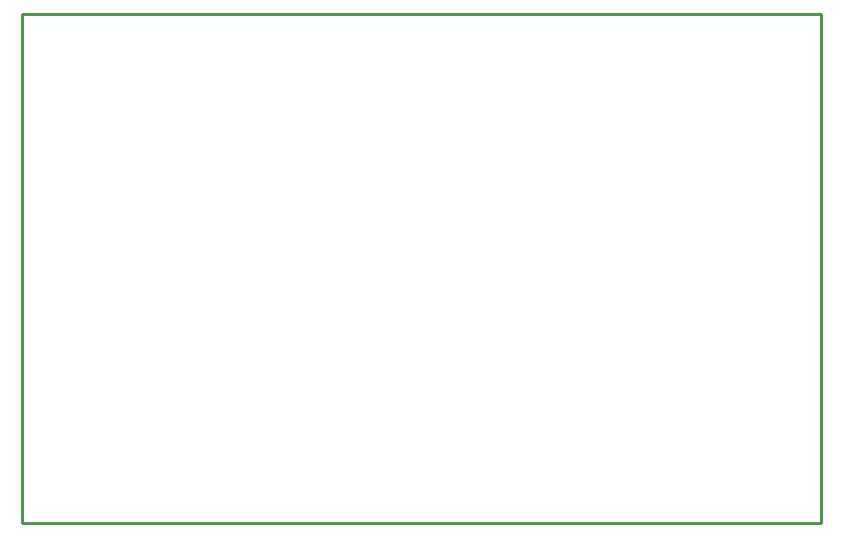
<source format=gko>
G04*
G04 #@! TF.GenerationSoftware,Altium Limited,Altium Designer,22.4.2 (48)*
G04*
G04 Layer_Color=16711935*
%FSLAX25Y25*%
%MOIN*%
G70*
G04*
G04 #@! TF.SameCoordinates,3CF9D964-3833-4CBE-B755-AF4B9B4EF88F*
G04*
G04*
G04 #@! TF.FilePolarity,Positive*
G04*
G01*
G75*
%ADD11C,0.01000*%
D11*
X118Y-118D02*
X266693D01*
Y169488D01*
X118D02*
X266693D01*
X118D02*
X118Y-118D01*
M02*

</source>
